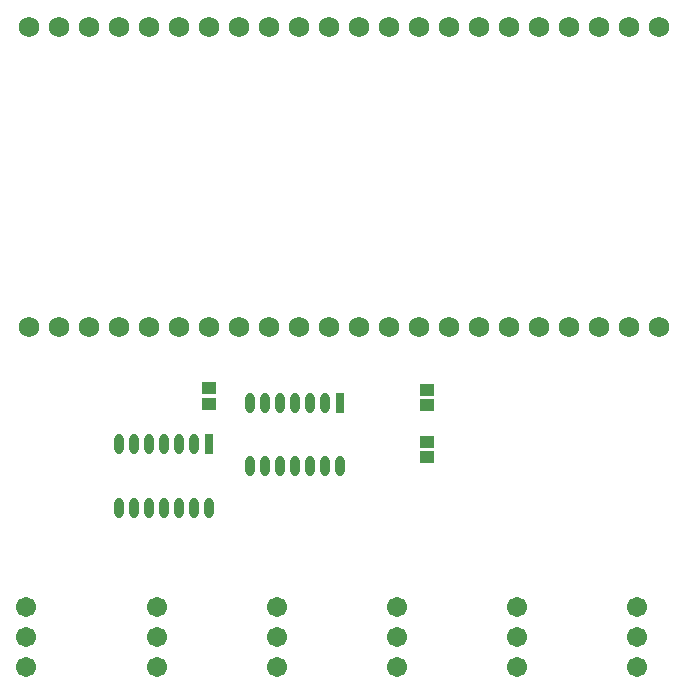
<source format=gbr>
%TF.GenerationSoftware,Altium Limited,Altium Designer,24.2.2 (26)*%
G04 Layer_Color=8388736*
%FSLAX45Y45*%
%MOMM*%
%TF.SameCoordinates,A195ED8F-B54E-4743-8023-4A5FD5FDB8DD*%
%TF.FilePolarity,Negative*%
%TF.FileFunction,Soldermask,Top*%
%TF.Part,Single*%
G01*
G75*
%TA.AperFunction,SMDPad,CuDef*%
%ADD22R,1.15320X1.00320*%
%ADD23R,0.80320X1.70320*%
%ADD24O,0.80320X1.70320*%
%TA.AperFunction,ComponentPad*%
%ADD25C,1.72720*%
%ADD26C,1.70320*%
D22*
X4318000Y2856001D02*
D03*
Y2985999D02*
D03*
X2476500Y2868701D02*
D03*
Y2998699D02*
D03*
X4318000Y2413000D02*
D03*
Y2543002D02*
D03*
D23*
X3581400Y2876799D02*
D03*
X2476500Y2527300D02*
D03*
D24*
X3454400Y2876799D02*
D03*
X3327400D02*
D03*
X3200400D02*
D03*
X3073400D02*
D03*
X2946400D02*
D03*
X2819400D02*
D03*
X3581400Y2336800D02*
D03*
X3454400D02*
D03*
X3327400D02*
D03*
X3200400D02*
D03*
X3073400D02*
D03*
X2946400D02*
D03*
X2819400D02*
D03*
X2349500Y2527300D02*
D03*
X2222500D02*
D03*
X2095500D02*
D03*
X1968500D02*
D03*
X1841500D02*
D03*
X1714500D02*
D03*
X2476500Y1987301D02*
D03*
X2349500D02*
D03*
X2222500D02*
D03*
X2095500D02*
D03*
X1968500D02*
D03*
X1841500D02*
D03*
X1714500D02*
D03*
D25*
X1206500Y3517900D02*
D03*
X1460500D02*
D03*
X1714500D02*
D03*
X1968500D02*
D03*
X2222500D02*
D03*
X2476500D02*
D03*
X2730500D02*
D03*
X2984500D02*
D03*
X3238500D02*
D03*
X3492500D02*
D03*
X3746500D02*
D03*
X4000500D02*
D03*
X4254500D02*
D03*
X4508500D02*
D03*
X4762500D02*
D03*
X5016500D02*
D03*
X5270500D02*
D03*
X5524500D02*
D03*
X5778500D02*
D03*
X6032500D02*
D03*
X6286500D02*
D03*
X952500Y6057900D02*
D03*
X1206500D02*
D03*
X1460500D02*
D03*
X1714500D02*
D03*
X1968500D02*
D03*
X2222500D02*
D03*
X2476500D02*
D03*
X2730500D02*
D03*
X2984500D02*
D03*
X3238500D02*
D03*
X3492500D02*
D03*
X3746500D02*
D03*
X4000500D02*
D03*
X4254500D02*
D03*
X4508500D02*
D03*
X5016500D02*
D03*
X5270500D02*
D03*
X5524500D02*
D03*
X5778500D02*
D03*
X6032500D02*
D03*
X6286500D02*
D03*
X952500Y3517900D02*
D03*
X4762500Y6057900D02*
D03*
D26*
X927100Y635000D02*
D03*
Y889000D02*
D03*
Y1143000D02*
D03*
X5080000Y635000D02*
D03*
Y889000D02*
D03*
Y1143000D02*
D03*
X2032000Y635000D02*
D03*
Y889000D02*
D03*
Y1143000D02*
D03*
X6096000Y635000D02*
D03*
Y889000D02*
D03*
Y1143000D02*
D03*
X3048000Y635000D02*
D03*
Y889000D02*
D03*
Y1143000D02*
D03*
X4064000Y635000D02*
D03*
Y889000D02*
D03*
Y1143000D02*
D03*
%TF.MD5,21ea4b0eaf9eb268ed7994f28b6966f4*%
M02*

</source>
